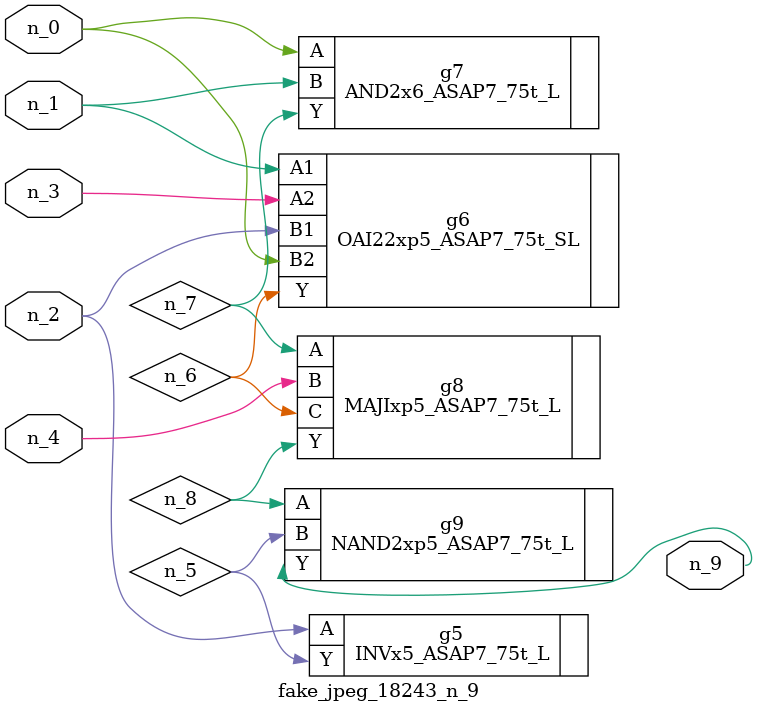
<source format=v>
module fake_jpeg_18243_n_9 (n_3, n_2, n_1, n_0, n_4, n_9);

input n_3;
input n_2;
input n_1;
input n_0;
input n_4;

output n_9;

wire n_8;
wire n_6;
wire n_5;
wire n_7;

INVx5_ASAP7_75t_L g5 ( 
.A(n_2),
.Y(n_5)
);

OAI22xp5_ASAP7_75t_SL g6 ( 
.A1(n_1),
.A2(n_3),
.B1(n_2),
.B2(n_0),
.Y(n_6)
);

AND2x6_ASAP7_75t_L g7 ( 
.A(n_0),
.B(n_1),
.Y(n_7)
);

MAJIxp5_ASAP7_75t_L g8 ( 
.A(n_7),
.B(n_4),
.C(n_6),
.Y(n_8)
);

NAND2xp5_ASAP7_75t_L g9 ( 
.A(n_8),
.B(n_5),
.Y(n_9)
);


endmodule
</source>
